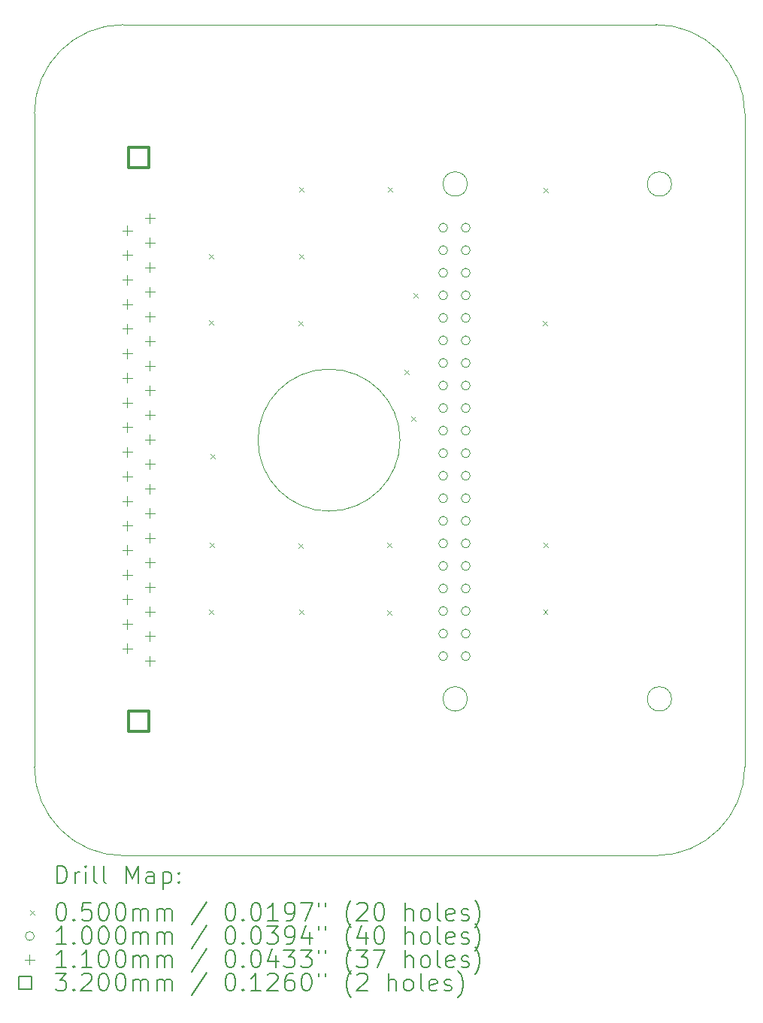
<source format=gbr>
%FSLAX45Y45*%
G04 Gerber Fmt 4.5, Leading zero omitted, Abs format (unit mm)*
G04 Created by KiCad (PCBNEW (6.0.1)) date 2022-04-29 11:25:00*
%MOMM*%
%LPD*%
G01*
G04 APERTURE LIST*
%TA.AperFunction,Profile*%
%ADD10C,0.050000*%
%TD*%
%ADD11C,0.200000*%
%ADD12C,0.050000*%
%ADD13C,0.100000*%
%ADD14C,0.110000*%
%ADD15C,0.320000*%
G04 APERTURE END LIST*
D10*
X14999991Y-14359991D02*
X8999991Y-14359991D01*
X7999991Y-13359991D02*
X7999991Y-5999991D01*
X8999991Y-4999991D02*
G75*
G03*
X7999991Y-5999991I0J-1000000D01*
G01*
X7999991Y-13359991D02*
G75*
G03*
X8999991Y-14359991I1000000J0D01*
G01*
X12875780Y-6794947D02*
G75*
G03*
X12875780Y-6794947I-137033J0D01*
G01*
X15999991Y-5999991D02*
X15999991Y-13359991D01*
X15999991Y-5999991D02*
G75*
G03*
X14999991Y-4999991I-1000000J0D01*
G01*
X12875780Y-12594947D02*
G75*
G03*
X12875780Y-12594947I-137033J0D01*
G01*
X8999991Y-4999991D02*
X14999991Y-4999991D01*
X14999991Y-14359991D02*
G75*
G03*
X15999991Y-13359991I0J1000000D01*
G01*
X15175780Y-12594947D02*
G75*
G03*
X15175780Y-12594947I-137033J0D01*
G01*
X12117991Y-9679991D02*
G75*
G03*
X12117991Y-9679991I-800000J0D01*
G01*
X15175780Y-6794947D02*
G75*
G03*
X15175780Y-6794947I-137033J0D01*
G01*
D11*
D12*
X9965000Y-7587500D02*
X10015000Y-7637500D01*
X10015000Y-7587500D02*
X9965000Y-7637500D01*
X9970000Y-8332500D02*
X10020000Y-8382500D01*
X10020000Y-8332500D02*
X9970000Y-8382500D01*
X9970000Y-11592500D02*
X10020000Y-11642500D01*
X10020000Y-11592500D02*
X9970000Y-11642500D01*
X9972500Y-10837500D02*
X10022500Y-10887500D01*
X10022500Y-10837500D02*
X9972500Y-10887500D01*
X9985000Y-9835000D02*
X10035000Y-9885000D01*
X10035000Y-9835000D02*
X9985000Y-9885000D01*
X10972500Y-10842500D02*
X11022500Y-10892500D01*
X11022500Y-10842500D02*
X10972500Y-10892500D01*
X10975000Y-8335000D02*
X11025000Y-8385000D01*
X11025000Y-8335000D02*
X10975000Y-8385000D01*
X10980000Y-6832500D02*
X11030000Y-6882500D01*
X11030000Y-6832500D02*
X10980000Y-6882500D01*
X10982500Y-7582500D02*
X11032500Y-7632500D01*
X11032500Y-7582500D02*
X10982500Y-7632500D01*
X10982500Y-11587500D02*
X11032500Y-11637500D01*
X11032500Y-11587500D02*
X10982500Y-11637500D01*
X11975000Y-10835000D02*
X12025000Y-10885000D01*
X12025000Y-10835000D02*
X11975000Y-10885000D01*
X11975000Y-11597500D02*
X12025000Y-11647500D01*
X12025000Y-11597500D02*
X11975000Y-11647500D01*
X11980000Y-6827500D02*
X12030000Y-6877500D01*
X12030000Y-6827500D02*
X11980000Y-6877500D01*
X12165000Y-8885000D02*
X12215000Y-8935000D01*
X12215000Y-8885000D02*
X12165000Y-8935000D01*
X12245000Y-9415000D02*
X12295000Y-9465000D01*
X12295000Y-9415000D02*
X12245000Y-9465000D01*
X12270000Y-8022500D02*
X12320000Y-8072500D01*
X12320000Y-8022500D02*
X12270000Y-8072500D01*
X13727500Y-8340000D02*
X13777500Y-8390000D01*
X13777500Y-8340000D02*
X13727500Y-8390000D01*
X13730000Y-11592500D02*
X13780000Y-11642500D01*
X13780000Y-11592500D02*
X13730000Y-11642500D01*
X13732500Y-6837500D02*
X13782500Y-6887500D01*
X13782500Y-6837500D02*
X13732500Y-6887500D01*
X13732500Y-10837500D02*
X13782500Y-10887500D01*
X13782500Y-10837500D02*
X13732500Y-10887500D01*
D13*
X12653500Y-7286500D02*
G75*
G03*
X12653500Y-7286500I-50000J0D01*
G01*
X12653500Y-7540500D02*
G75*
G03*
X12653500Y-7540500I-50000J0D01*
G01*
X12653500Y-7794500D02*
G75*
G03*
X12653500Y-7794500I-50000J0D01*
G01*
X12653500Y-8048500D02*
G75*
G03*
X12653500Y-8048500I-50000J0D01*
G01*
X12653500Y-8302500D02*
G75*
G03*
X12653500Y-8302500I-50000J0D01*
G01*
X12653500Y-8556500D02*
G75*
G03*
X12653500Y-8556500I-50000J0D01*
G01*
X12653500Y-8810500D02*
G75*
G03*
X12653500Y-8810500I-50000J0D01*
G01*
X12653500Y-9064500D02*
G75*
G03*
X12653500Y-9064500I-50000J0D01*
G01*
X12653500Y-9318500D02*
G75*
G03*
X12653500Y-9318500I-50000J0D01*
G01*
X12653500Y-9572500D02*
G75*
G03*
X12653500Y-9572500I-50000J0D01*
G01*
X12653500Y-9826500D02*
G75*
G03*
X12653500Y-9826500I-50000J0D01*
G01*
X12653500Y-10080500D02*
G75*
G03*
X12653500Y-10080500I-50000J0D01*
G01*
X12653500Y-10334500D02*
G75*
G03*
X12653500Y-10334500I-50000J0D01*
G01*
X12653500Y-10588500D02*
G75*
G03*
X12653500Y-10588500I-50000J0D01*
G01*
X12653500Y-10842500D02*
G75*
G03*
X12653500Y-10842500I-50000J0D01*
G01*
X12653500Y-11096500D02*
G75*
G03*
X12653500Y-11096500I-50000J0D01*
G01*
X12653500Y-11350500D02*
G75*
G03*
X12653500Y-11350500I-50000J0D01*
G01*
X12653500Y-11604500D02*
G75*
G03*
X12653500Y-11604500I-50000J0D01*
G01*
X12653500Y-11858500D02*
G75*
G03*
X12653500Y-11858500I-50000J0D01*
G01*
X12653500Y-12112500D02*
G75*
G03*
X12653500Y-12112500I-50000J0D01*
G01*
X12907500Y-7286500D02*
G75*
G03*
X12907500Y-7286500I-50000J0D01*
G01*
X12907500Y-7540500D02*
G75*
G03*
X12907500Y-7540500I-50000J0D01*
G01*
X12907500Y-7794500D02*
G75*
G03*
X12907500Y-7794500I-50000J0D01*
G01*
X12907500Y-8048500D02*
G75*
G03*
X12907500Y-8048500I-50000J0D01*
G01*
X12907500Y-8302500D02*
G75*
G03*
X12907500Y-8302500I-50000J0D01*
G01*
X12907500Y-8556500D02*
G75*
G03*
X12907500Y-8556500I-50000J0D01*
G01*
X12907500Y-8810500D02*
G75*
G03*
X12907500Y-8810500I-50000J0D01*
G01*
X12907500Y-9064500D02*
G75*
G03*
X12907500Y-9064500I-50000J0D01*
G01*
X12907500Y-9318500D02*
G75*
G03*
X12907500Y-9318500I-50000J0D01*
G01*
X12907500Y-9572500D02*
G75*
G03*
X12907500Y-9572500I-50000J0D01*
G01*
X12907500Y-9826500D02*
G75*
G03*
X12907500Y-9826500I-50000J0D01*
G01*
X12907500Y-10080500D02*
G75*
G03*
X12907500Y-10080500I-50000J0D01*
G01*
X12907500Y-10334500D02*
G75*
G03*
X12907500Y-10334500I-50000J0D01*
G01*
X12907500Y-10588500D02*
G75*
G03*
X12907500Y-10588500I-50000J0D01*
G01*
X12907500Y-10842500D02*
G75*
G03*
X12907500Y-10842500I-50000J0D01*
G01*
X12907500Y-11096500D02*
G75*
G03*
X12907500Y-11096500I-50000J0D01*
G01*
X12907500Y-11350500D02*
G75*
G03*
X12907500Y-11350500I-50000J0D01*
G01*
X12907500Y-11604500D02*
G75*
G03*
X12907500Y-11604500I-50000J0D01*
G01*
X12907500Y-11858500D02*
G75*
G03*
X12907500Y-11858500I-50000J0D01*
G01*
X12907500Y-12112500D02*
G75*
G03*
X12907500Y-12112500I-50000J0D01*
G01*
D14*
X9046000Y-7263500D02*
X9046000Y-7373500D01*
X8991000Y-7318500D02*
X9101000Y-7318500D01*
X9046000Y-7540500D02*
X9046000Y-7650500D01*
X8991000Y-7595500D02*
X9101000Y-7595500D01*
X9046000Y-7817500D02*
X9046000Y-7927500D01*
X8991000Y-7872500D02*
X9101000Y-7872500D01*
X9046000Y-8094500D02*
X9046000Y-8204500D01*
X8991000Y-8149500D02*
X9101000Y-8149500D01*
X9046000Y-8371500D02*
X9046000Y-8481500D01*
X8991000Y-8426500D02*
X9101000Y-8426500D01*
X9046000Y-8648500D02*
X9046000Y-8758500D01*
X8991000Y-8703500D02*
X9101000Y-8703500D01*
X9046000Y-8925500D02*
X9046000Y-9035500D01*
X8991000Y-8980500D02*
X9101000Y-8980500D01*
X9046000Y-9202500D02*
X9046000Y-9312500D01*
X8991000Y-9257500D02*
X9101000Y-9257500D01*
X9046000Y-9479500D02*
X9046000Y-9589500D01*
X8991000Y-9534500D02*
X9101000Y-9534500D01*
X9046000Y-9756500D02*
X9046000Y-9866500D01*
X8991000Y-9811500D02*
X9101000Y-9811500D01*
X9046000Y-10033500D02*
X9046000Y-10143500D01*
X8991000Y-10088500D02*
X9101000Y-10088500D01*
X9046000Y-10310500D02*
X9046000Y-10420500D01*
X8991000Y-10365500D02*
X9101000Y-10365500D01*
X9046000Y-10587500D02*
X9046000Y-10697500D01*
X8991000Y-10642500D02*
X9101000Y-10642500D01*
X9046000Y-10864500D02*
X9046000Y-10974500D01*
X8991000Y-10919500D02*
X9101000Y-10919500D01*
X9046000Y-11141500D02*
X9046000Y-11251500D01*
X8991000Y-11196500D02*
X9101000Y-11196500D01*
X9046000Y-11418500D02*
X9046000Y-11528500D01*
X8991000Y-11473500D02*
X9101000Y-11473500D01*
X9046000Y-11695500D02*
X9046000Y-11805500D01*
X8991000Y-11750500D02*
X9101000Y-11750500D01*
X9046000Y-11972500D02*
X9046000Y-12082500D01*
X8991000Y-12027500D02*
X9101000Y-12027500D01*
X9300000Y-7125000D02*
X9300000Y-7235000D01*
X9245000Y-7180000D02*
X9355000Y-7180000D01*
X9300000Y-7402000D02*
X9300000Y-7512000D01*
X9245000Y-7457000D02*
X9355000Y-7457000D01*
X9300000Y-7679000D02*
X9300000Y-7789000D01*
X9245000Y-7734000D02*
X9355000Y-7734000D01*
X9300000Y-7956000D02*
X9300000Y-8066000D01*
X9245000Y-8011000D02*
X9355000Y-8011000D01*
X9300000Y-8233000D02*
X9300000Y-8343000D01*
X9245000Y-8288000D02*
X9355000Y-8288000D01*
X9300000Y-8510000D02*
X9300000Y-8620000D01*
X9245000Y-8565000D02*
X9355000Y-8565000D01*
X9300000Y-8787000D02*
X9300000Y-8897000D01*
X9245000Y-8842000D02*
X9355000Y-8842000D01*
X9300000Y-9064000D02*
X9300000Y-9174000D01*
X9245000Y-9119000D02*
X9355000Y-9119000D01*
X9300000Y-9341000D02*
X9300000Y-9451000D01*
X9245000Y-9396000D02*
X9355000Y-9396000D01*
X9300000Y-9618000D02*
X9300000Y-9728000D01*
X9245000Y-9673000D02*
X9355000Y-9673000D01*
X9300000Y-9895000D02*
X9300000Y-10005000D01*
X9245000Y-9950000D02*
X9355000Y-9950000D01*
X9300000Y-10172000D02*
X9300000Y-10282000D01*
X9245000Y-10227000D02*
X9355000Y-10227000D01*
X9300000Y-10449000D02*
X9300000Y-10559000D01*
X9245000Y-10504000D02*
X9355000Y-10504000D01*
X9300000Y-10726000D02*
X9300000Y-10836000D01*
X9245000Y-10781000D02*
X9355000Y-10781000D01*
X9300000Y-11003000D02*
X9300000Y-11113000D01*
X9245000Y-11058000D02*
X9355000Y-11058000D01*
X9300000Y-11280000D02*
X9300000Y-11390000D01*
X9245000Y-11335000D02*
X9355000Y-11335000D01*
X9300000Y-11557000D02*
X9300000Y-11667000D01*
X9245000Y-11612000D02*
X9355000Y-11612000D01*
X9300000Y-11834000D02*
X9300000Y-11944000D01*
X9245000Y-11889000D02*
X9355000Y-11889000D01*
X9300000Y-12111000D02*
X9300000Y-12221000D01*
X9245000Y-12166000D02*
X9355000Y-12166000D01*
D15*
X9286138Y-6611138D02*
X9286138Y-6384862D01*
X9059862Y-6384862D01*
X9059862Y-6611138D01*
X9286138Y-6611138D01*
X9286138Y-12961138D02*
X9286138Y-12734862D01*
X9059862Y-12734862D01*
X9059862Y-12961138D01*
X9286138Y-12961138D01*
D11*
X8255110Y-14672967D02*
X8255110Y-14472967D01*
X8302729Y-14472967D01*
X8331301Y-14482491D01*
X8350348Y-14501539D01*
X8359872Y-14520586D01*
X8369396Y-14558682D01*
X8369396Y-14587253D01*
X8359872Y-14625348D01*
X8350348Y-14644396D01*
X8331301Y-14663443D01*
X8302729Y-14672967D01*
X8255110Y-14672967D01*
X8455110Y-14672967D02*
X8455110Y-14539634D01*
X8455110Y-14577729D02*
X8464634Y-14558682D01*
X8474158Y-14549158D01*
X8493205Y-14539634D01*
X8512253Y-14539634D01*
X8578920Y-14672967D02*
X8578920Y-14539634D01*
X8578920Y-14472967D02*
X8569396Y-14482491D01*
X8578920Y-14492015D01*
X8588444Y-14482491D01*
X8578920Y-14472967D01*
X8578920Y-14492015D01*
X8702729Y-14672967D02*
X8683682Y-14663443D01*
X8674158Y-14644396D01*
X8674158Y-14472967D01*
X8807491Y-14672967D02*
X8788444Y-14663443D01*
X8778920Y-14644396D01*
X8778920Y-14472967D01*
X9036063Y-14672967D02*
X9036063Y-14472967D01*
X9102729Y-14615824D01*
X9169396Y-14472967D01*
X9169396Y-14672967D01*
X9350348Y-14672967D02*
X9350348Y-14568205D01*
X9340825Y-14549158D01*
X9321777Y-14539634D01*
X9283682Y-14539634D01*
X9264634Y-14549158D01*
X9350348Y-14663443D02*
X9331301Y-14672967D01*
X9283682Y-14672967D01*
X9264634Y-14663443D01*
X9255110Y-14644396D01*
X9255110Y-14625348D01*
X9264634Y-14606301D01*
X9283682Y-14596777D01*
X9331301Y-14596777D01*
X9350348Y-14587253D01*
X9445586Y-14539634D02*
X9445586Y-14739634D01*
X9445586Y-14549158D02*
X9464634Y-14539634D01*
X9502729Y-14539634D01*
X9521777Y-14549158D01*
X9531301Y-14558682D01*
X9540825Y-14577729D01*
X9540825Y-14634872D01*
X9531301Y-14653920D01*
X9521777Y-14663443D01*
X9502729Y-14672967D01*
X9464634Y-14672967D01*
X9445586Y-14663443D01*
X9626539Y-14653920D02*
X9636063Y-14663443D01*
X9626539Y-14672967D01*
X9617015Y-14663443D01*
X9626539Y-14653920D01*
X9626539Y-14672967D01*
X9626539Y-14549158D02*
X9636063Y-14558682D01*
X9626539Y-14568205D01*
X9617015Y-14558682D01*
X9626539Y-14549158D01*
X9626539Y-14568205D01*
D12*
X7947491Y-14977491D02*
X7997491Y-15027491D01*
X7997491Y-14977491D02*
X7947491Y-15027491D01*
D11*
X8293205Y-14892967D02*
X8312253Y-14892967D01*
X8331301Y-14902491D01*
X8340824Y-14912015D01*
X8350348Y-14931063D01*
X8359872Y-14969158D01*
X8359872Y-15016777D01*
X8350348Y-15054872D01*
X8340824Y-15073920D01*
X8331301Y-15083443D01*
X8312253Y-15092967D01*
X8293205Y-15092967D01*
X8274158Y-15083443D01*
X8264634Y-15073920D01*
X8255110Y-15054872D01*
X8245586Y-15016777D01*
X8245586Y-14969158D01*
X8255110Y-14931063D01*
X8264634Y-14912015D01*
X8274158Y-14902491D01*
X8293205Y-14892967D01*
X8445586Y-15073920D02*
X8455110Y-15083443D01*
X8445586Y-15092967D01*
X8436063Y-15083443D01*
X8445586Y-15073920D01*
X8445586Y-15092967D01*
X8636063Y-14892967D02*
X8540825Y-14892967D01*
X8531301Y-14988205D01*
X8540825Y-14978682D01*
X8559872Y-14969158D01*
X8607491Y-14969158D01*
X8626539Y-14978682D01*
X8636063Y-14988205D01*
X8645586Y-15007253D01*
X8645586Y-15054872D01*
X8636063Y-15073920D01*
X8626539Y-15083443D01*
X8607491Y-15092967D01*
X8559872Y-15092967D01*
X8540825Y-15083443D01*
X8531301Y-15073920D01*
X8769396Y-14892967D02*
X8788444Y-14892967D01*
X8807491Y-14902491D01*
X8817015Y-14912015D01*
X8826539Y-14931063D01*
X8836063Y-14969158D01*
X8836063Y-15016777D01*
X8826539Y-15054872D01*
X8817015Y-15073920D01*
X8807491Y-15083443D01*
X8788444Y-15092967D01*
X8769396Y-15092967D01*
X8750348Y-15083443D01*
X8740825Y-15073920D01*
X8731301Y-15054872D01*
X8721777Y-15016777D01*
X8721777Y-14969158D01*
X8731301Y-14931063D01*
X8740825Y-14912015D01*
X8750348Y-14902491D01*
X8769396Y-14892967D01*
X8959872Y-14892967D02*
X8978920Y-14892967D01*
X8997967Y-14902491D01*
X9007491Y-14912015D01*
X9017015Y-14931063D01*
X9026539Y-14969158D01*
X9026539Y-15016777D01*
X9017015Y-15054872D01*
X9007491Y-15073920D01*
X8997967Y-15083443D01*
X8978920Y-15092967D01*
X8959872Y-15092967D01*
X8940825Y-15083443D01*
X8931301Y-15073920D01*
X8921777Y-15054872D01*
X8912253Y-15016777D01*
X8912253Y-14969158D01*
X8921777Y-14931063D01*
X8931301Y-14912015D01*
X8940825Y-14902491D01*
X8959872Y-14892967D01*
X9112253Y-15092967D02*
X9112253Y-14959634D01*
X9112253Y-14978682D02*
X9121777Y-14969158D01*
X9140825Y-14959634D01*
X9169396Y-14959634D01*
X9188444Y-14969158D01*
X9197967Y-14988205D01*
X9197967Y-15092967D01*
X9197967Y-14988205D02*
X9207491Y-14969158D01*
X9226539Y-14959634D01*
X9255110Y-14959634D01*
X9274158Y-14969158D01*
X9283682Y-14988205D01*
X9283682Y-15092967D01*
X9378920Y-15092967D02*
X9378920Y-14959634D01*
X9378920Y-14978682D02*
X9388444Y-14969158D01*
X9407491Y-14959634D01*
X9436063Y-14959634D01*
X9455110Y-14969158D01*
X9464634Y-14988205D01*
X9464634Y-15092967D01*
X9464634Y-14988205D02*
X9474158Y-14969158D01*
X9493205Y-14959634D01*
X9521777Y-14959634D01*
X9540825Y-14969158D01*
X9550348Y-14988205D01*
X9550348Y-15092967D01*
X9940825Y-14883443D02*
X9769396Y-15140586D01*
X10197967Y-14892967D02*
X10217015Y-14892967D01*
X10236063Y-14902491D01*
X10245586Y-14912015D01*
X10255110Y-14931063D01*
X10264634Y-14969158D01*
X10264634Y-15016777D01*
X10255110Y-15054872D01*
X10245586Y-15073920D01*
X10236063Y-15083443D01*
X10217015Y-15092967D01*
X10197967Y-15092967D01*
X10178920Y-15083443D01*
X10169396Y-15073920D01*
X10159872Y-15054872D01*
X10150348Y-15016777D01*
X10150348Y-14969158D01*
X10159872Y-14931063D01*
X10169396Y-14912015D01*
X10178920Y-14902491D01*
X10197967Y-14892967D01*
X10350348Y-15073920D02*
X10359872Y-15083443D01*
X10350348Y-15092967D01*
X10340825Y-15083443D01*
X10350348Y-15073920D01*
X10350348Y-15092967D01*
X10483682Y-14892967D02*
X10502729Y-14892967D01*
X10521777Y-14902491D01*
X10531301Y-14912015D01*
X10540825Y-14931063D01*
X10550348Y-14969158D01*
X10550348Y-15016777D01*
X10540825Y-15054872D01*
X10531301Y-15073920D01*
X10521777Y-15083443D01*
X10502729Y-15092967D01*
X10483682Y-15092967D01*
X10464634Y-15083443D01*
X10455110Y-15073920D01*
X10445586Y-15054872D01*
X10436063Y-15016777D01*
X10436063Y-14969158D01*
X10445586Y-14931063D01*
X10455110Y-14912015D01*
X10464634Y-14902491D01*
X10483682Y-14892967D01*
X10740825Y-15092967D02*
X10626539Y-15092967D01*
X10683682Y-15092967D02*
X10683682Y-14892967D01*
X10664634Y-14921539D01*
X10645586Y-14940586D01*
X10626539Y-14950110D01*
X10836063Y-15092967D02*
X10874158Y-15092967D01*
X10893205Y-15083443D01*
X10902729Y-15073920D01*
X10921777Y-15045348D01*
X10931301Y-15007253D01*
X10931301Y-14931063D01*
X10921777Y-14912015D01*
X10912253Y-14902491D01*
X10893205Y-14892967D01*
X10855110Y-14892967D01*
X10836063Y-14902491D01*
X10826539Y-14912015D01*
X10817015Y-14931063D01*
X10817015Y-14978682D01*
X10826539Y-14997729D01*
X10836063Y-15007253D01*
X10855110Y-15016777D01*
X10893205Y-15016777D01*
X10912253Y-15007253D01*
X10921777Y-14997729D01*
X10931301Y-14978682D01*
X10997967Y-14892967D02*
X11131301Y-14892967D01*
X11045586Y-15092967D01*
X11197967Y-14892967D02*
X11197967Y-14931063D01*
X11274158Y-14892967D02*
X11274158Y-14931063D01*
X11569396Y-15169158D02*
X11559872Y-15159634D01*
X11540824Y-15131063D01*
X11531301Y-15112015D01*
X11521777Y-15083443D01*
X11512253Y-15035824D01*
X11512253Y-14997729D01*
X11521777Y-14950110D01*
X11531301Y-14921539D01*
X11540824Y-14902491D01*
X11559872Y-14873920D01*
X11569396Y-14864396D01*
X11636063Y-14912015D02*
X11645586Y-14902491D01*
X11664634Y-14892967D01*
X11712253Y-14892967D01*
X11731301Y-14902491D01*
X11740824Y-14912015D01*
X11750348Y-14931063D01*
X11750348Y-14950110D01*
X11740824Y-14978682D01*
X11626539Y-15092967D01*
X11750348Y-15092967D01*
X11874158Y-14892967D02*
X11893205Y-14892967D01*
X11912253Y-14902491D01*
X11921777Y-14912015D01*
X11931301Y-14931063D01*
X11940824Y-14969158D01*
X11940824Y-15016777D01*
X11931301Y-15054872D01*
X11921777Y-15073920D01*
X11912253Y-15083443D01*
X11893205Y-15092967D01*
X11874158Y-15092967D01*
X11855110Y-15083443D01*
X11845586Y-15073920D01*
X11836063Y-15054872D01*
X11826539Y-15016777D01*
X11826539Y-14969158D01*
X11836063Y-14931063D01*
X11845586Y-14912015D01*
X11855110Y-14902491D01*
X11874158Y-14892967D01*
X12178920Y-15092967D02*
X12178920Y-14892967D01*
X12264634Y-15092967D02*
X12264634Y-14988205D01*
X12255110Y-14969158D01*
X12236063Y-14959634D01*
X12207491Y-14959634D01*
X12188443Y-14969158D01*
X12178920Y-14978682D01*
X12388443Y-15092967D02*
X12369396Y-15083443D01*
X12359872Y-15073920D01*
X12350348Y-15054872D01*
X12350348Y-14997729D01*
X12359872Y-14978682D01*
X12369396Y-14969158D01*
X12388443Y-14959634D01*
X12417015Y-14959634D01*
X12436063Y-14969158D01*
X12445586Y-14978682D01*
X12455110Y-14997729D01*
X12455110Y-15054872D01*
X12445586Y-15073920D01*
X12436063Y-15083443D01*
X12417015Y-15092967D01*
X12388443Y-15092967D01*
X12569396Y-15092967D02*
X12550348Y-15083443D01*
X12540824Y-15064396D01*
X12540824Y-14892967D01*
X12721777Y-15083443D02*
X12702729Y-15092967D01*
X12664634Y-15092967D01*
X12645586Y-15083443D01*
X12636063Y-15064396D01*
X12636063Y-14988205D01*
X12645586Y-14969158D01*
X12664634Y-14959634D01*
X12702729Y-14959634D01*
X12721777Y-14969158D01*
X12731301Y-14988205D01*
X12731301Y-15007253D01*
X12636063Y-15026301D01*
X12807491Y-15083443D02*
X12826539Y-15092967D01*
X12864634Y-15092967D01*
X12883682Y-15083443D01*
X12893205Y-15064396D01*
X12893205Y-15054872D01*
X12883682Y-15035824D01*
X12864634Y-15026301D01*
X12836063Y-15026301D01*
X12817015Y-15016777D01*
X12807491Y-14997729D01*
X12807491Y-14988205D01*
X12817015Y-14969158D01*
X12836063Y-14959634D01*
X12864634Y-14959634D01*
X12883682Y-14969158D01*
X12959872Y-15169158D02*
X12969396Y-15159634D01*
X12988443Y-15131063D01*
X12997967Y-15112015D01*
X13007491Y-15083443D01*
X13017015Y-15035824D01*
X13017015Y-14997729D01*
X13007491Y-14950110D01*
X12997967Y-14921539D01*
X12988443Y-14902491D01*
X12969396Y-14873920D01*
X12959872Y-14864396D01*
D13*
X7997491Y-15266491D02*
G75*
G03*
X7997491Y-15266491I-50000J0D01*
G01*
D11*
X8359872Y-15356967D02*
X8245586Y-15356967D01*
X8302729Y-15356967D02*
X8302729Y-15156967D01*
X8283682Y-15185539D01*
X8264634Y-15204586D01*
X8245586Y-15214110D01*
X8445586Y-15337920D02*
X8455110Y-15347443D01*
X8445586Y-15356967D01*
X8436063Y-15347443D01*
X8445586Y-15337920D01*
X8445586Y-15356967D01*
X8578920Y-15156967D02*
X8597967Y-15156967D01*
X8617015Y-15166491D01*
X8626539Y-15176015D01*
X8636063Y-15195063D01*
X8645586Y-15233158D01*
X8645586Y-15280777D01*
X8636063Y-15318872D01*
X8626539Y-15337920D01*
X8617015Y-15347443D01*
X8597967Y-15356967D01*
X8578920Y-15356967D01*
X8559872Y-15347443D01*
X8550348Y-15337920D01*
X8540825Y-15318872D01*
X8531301Y-15280777D01*
X8531301Y-15233158D01*
X8540825Y-15195063D01*
X8550348Y-15176015D01*
X8559872Y-15166491D01*
X8578920Y-15156967D01*
X8769396Y-15156967D02*
X8788444Y-15156967D01*
X8807491Y-15166491D01*
X8817015Y-15176015D01*
X8826539Y-15195063D01*
X8836063Y-15233158D01*
X8836063Y-15280777D01*
X8826539Y-15318872D01*
X8817015Y-15337920D01*
X8807491Y-15347443D01*
X8788444Y-15356967D01*
X8769396Y-15356967D01*
X8750348Y-15347443D01*
X8740825Y-15337920D01*
X8731301Y-15318872D01*
X8721777Y-15280777D01*
X8721777Y-15233158D01*
X8731301Y-15195063D01*
X8740825Y-15176015D01*
X8750348Y-15166491D01*
X8769396Y-15156967D01*
X8959872Y-15156967D02*
X8978920Y-15156967D01*
X8997967Y-15166491D01*
X9007491Y-15176015D01*
X9017015Y-15195063D01*
X9026539Y-15233158D01*
X9026539Y-15280777D01*
X9017015Y-15318872D01*
X9007491Y-15337920D01*
X8997967Y-15347443D01*
X8978920Y-15356967D01*
X8959872Y-15356967D01*
X8940825Y-15347443D01*
X8931301Y-15337920D01*
X8921777Y-15318872D01*
X8912253Y-15280777D01*
X8912253Y-15233158D01*
X8921777Y-15195063D01*
X8931301Y-15176015D01*
X8940825Y-15166491D01*
X8959872Y-15156967D01*
X9112253Y-15356967D02*
X9112253Y-15223634D01*
X9112253Y-15242682D02*
X9121777Y-15233158D01*
X9140825Y-15223634D01*
X9169396Y-15223634D01*
X9188444Y-15233158D01*
X9197967Y-15252205D01*
X9197967Y-15356967D01*
X9197967Y-15252205D02*
X9207491Y-15233158D01*
X9226539Y-15223634D01*
X9255110Y-15223634D01*
X9274158Y-15233158D01*
X9283682Y-15252205D01*
X9283682Y-15356967D01*
X9378920Y-15356967D02*
X9378920Y-15223634D01*
X9378920Y-15242682D02*
X9388444Y-15233158D01*
X9407491Y-15223634D01*
X9436063Y-15223634D01*
X9455110Y-15233158D01*
X9464634Y-15252205D01*
X9464634Y-15356967D01*
X9464634Y-15252205D02*
X9474158Y-15233158D01*
X9493205Y-15223634D01*
X9521777Y-15223634D01*
X9540825Y-15233158D01*
X9550348Y-15252205D01*
X9550348Y-15356967D01*
X9940825Y-15147443D02*
X9769396Y-15404586D01*
X10197967Y-15156967D02*
X10217015Y-15156967D01*
X10236063Y-15166491D01*
X10245586Y-15176015D01*
X10255110Y-15195063D01*
X10264634Y-15233158D01*
X10264634Y-15280777D01*
X10255110Y-15318872D01*
X10245586Y-15337920D01*
X10236063Y-15347443D01*
X10217015Y-15356967D01*
X10197967Y-15356967D01*
X10178920Y-15347443D01*
X10169396Y-15337920D01*
X10159872Y-15318872D01*
X10150348Y-15280777D01*
X10150348Y-15233158D01*
X10159872Y-15195063D01*
X10169396Y-15176015D01*
X10178920Y-15166491D01*
X10197967Y-15156967D01*
X10350348Y-15337920D02*
X10359872Y-15347443D01*
X10350348Y-15356967D01*
X10340825Y-15347443D01*
X10350348Y-15337920D01*
X10350348Y-15356967D01*
X10483682Y-15156967D02*
X10502729Y-15156967D01*
X10521777Y-15166491D01*
X10531301Y-15176015D01*
X10540825Y-15195063D01*
X10550348Y-15233158D01*
X10550348Y-15280777D01*
X10540825Y-15318872D01*
X10531301Y-15337920D01*
X10521777Y-15347443D01*
X10502729Y-15356967D01*
X10483682Y-15356967D01*
X10464634Y-15347443D01*
X10455110Y-15337920D01*
X10445586Y-15318872D01*
X10436063Y-15280777D01*
X10436063Y-15233158D01*
X10445586Y-15195063D01*
X10455110Y-15176015D01*
X10464634Y-15166491D01*
X10483682Y-15156967D01*
X10617015Y-15156967D02*
X10740825Y-15156967D01*
X10674158Y-15233158D01*
X10702729Y-15233158D01*
X10721777Y-15242682D01*
X10731301Y-15252205D01*
X10740825Y-15271253D01*
X10740825Y-15318872D01*
X10731301Y-15337920D01*
X10721777Y-15347443D01*
X10702729Y-15356967D01*
X10645586Y-15356967D01*
X10626539Y-15347443D01*
X10617015Y-15337920D01*
X10836063Y-15356967D02*
X10874158Y-15356967D01*
X10893205Y-15347443D01*
X10902729Y-15337920D01*
X10921777Y-15309348D01*
X10931301Y-15271253D01*
X10931301Y-15195063D01*
X10921777Y-15176015D01*
X10912253Y-15166491D01*
X10893205Y-15156967D01*
X10855110Y-15156967D01*
X10836063Y-15166491D01*
X10826539Y-15176015D01*
X10817015Y-15195063D01*
X10817015Y-15242682D01*
X10826539Y-15261729D01*
X10836063Y-15271253D01*
X10855110Y-15280777D01*
X10893205Y-15280777D01*
X10912253Y-15271253D01*
X10921777Y-15261729D01*
X10931301Y-15242682D01*
X11102729Y-15223634D02*
X11102729Y-15356967D01*
X11055110Y-15147443D02*
X11007491Y-15290301D01*
X11131301Y-15290301D01*
X11197967Y-15156967D02*
X11197967Y-15195063D01*
X11274158Y-15156967D02*
X11274158Y-15195063D01*
X11569396Y-15433158D02*
X11559872Y-15423634D01*
X11540824Y-15395063D01*
X11531301Y-15376015D01*
X11521777Y-15347443D01*
X11512253Y-15299824D01*
X11512253Y-15261729D01*
X11521777Y-15214110D01*
X11531301Y-15185539D01*
X11540824Y-15166491D01*
X11559872Y-15137920D01*
X11569396Y-15128396D01*
X11731301Y-15223634D02*
X11731301Y-15356967D01*
X11683682Y-15147443D02*
X11636063Y-15290301D01*
X11759872Y-15290301D01*
X11874158Y-15156967D02*
X11893205Y-15156967D01*
X11912253Y-15166491D01*
X11921777Y-15176015D01*
X11931301Y-15195063D01*
X11940824Y-15233158D01*
X11940824Y-15280777D01*
X11931301Y-15318872D01*
X11921777Y-15337920D01*
X11912253Y-15347443D01*
X11893205Y-15356967D01*
X11874158Y-15356967D01*
X11855110Y-15347443D01*
X11845586Y-15337920D01*
X11836063Y-15318872D01*
X11826539Y-15280777D01*
X11826539Y-15233158D01*
X11836063Y-15195063D01*
X11845586Y-15176015D01*
X11855110Y-15166491D01*
X11874158Y-15156967D01*
X12178920Y-15356967D02*
X12178920Y-15156967D01*
X12264634Y-15356967D02*
X12264634Y-15252205D01*
X12255110Y-15233158D01*
X12236063Y-15223634D01*
X12207491Y-15223634D01*
X12188443Y-15233158D01*
X12178920Y-15242682D01*
X12388443Y-15356967D02*
X12369396Y-15347443D01*
X12359872Y-15337920D01*
X12350348Y-15318872D01*
X12350348Y-15261729D01*
X12359872Y-15242682D01*
X12369396Y-15233158D01*
X12388443Y-15223634D01*
X12417015Y-15223634D01*
X12436063Y-15233158D01*
X12445586Y-15242682D01*
X12455110Y-15261729D01*
X12455110Y-15318872D01*
X12445586Y-15337920D01*
X12436063Y-15347443D01*
X12417015Y-15356967D01*
X12388443Y-15356967D01*
X12569396Y-15356967D02*
X12550348Y-15347443D01*
X12540824Y-15328396D01*
X12540824Y-15156967D01*
X12721777Y-15347443D02*
X12702729Y-15356967D01*
X12664634Y-15356967D01*
X12645586Y-15347443D01*
X12636063Y-15328396D01*
X12636063Y-15252205D01*
X12645586Y-15233158D01*
X12664634Y-15223634D01*
X12702729Y-15223634D01*
X12721777Y-15233158D01*
X12731301Y-15252205D01*
X12731301Y-15271253D01*
X12636063Y-15290301D01*
X12807491Y-15347443D02*
X12826539Y-15356967D01*
X12864634Y-15356967D01*
X12883682Y-15347443D01*
X12893205Y-15328396D01*
X12893205Y-15318872D01*
X12883682Y-15299824D01*
X12864634Y-15290301D01*
X12836063Y-15290301D01*
X12817015Y-15280777D01*
X12807491Y-15261729D01*
X12807491Y-15252205D01*
X12817015Y-15233158D01*
X12836063Y-15223634D01*
X12864634Y-15223634D01*
X12883682Y-15233158D01*
X12959872Y-15433158D02*
X12969396Y-15423634D01*
X12988443Y-15395063D01*
X12997967Y-15376015D01*
X13007491Y-15347443D01*
X13017015Y-15299824D01*
X13017015Y-15261729D01*
X13007491Y-15214110D01*
X12997967Y-15185539D01*
X12988443Y-15166491D01*
X12969396Y-15137920D01*
X12959872Y-15128396D01*
D14*
X7942491Y-15475491D02*
X7942491Y-15585491D01*
X7887491Y-15530491D02*
X7997491Y-15530491D01*
D11*
X8359872Y-15620967D02*
X8245586Y-15620967D01*
X8302729Y-15620967D02*
X8302729Y-15420967D01*
X8283682Y-15449539D01*
X8264634Y-15468586D01*
X8245586Y-15478110D01*
X8445586Y-15601920D02*
X8455110Y-15611443D01*
X8445586Y-15620967D01*
X8436063Y-15611443D01*
X8445586Y-15601920D01*
X8445586Y-15620967D01*
X8645586Y-15620967D02*
X8531301Y-15620967D01*
X8588444Y-15620967D02*
X8588444Y-15420967D01*
X8569396Y-15449539D01*
X8550348Y-15468586D01*
X8531301Y-15478110D01*
X8769396Y-15420967D02*
X8788444Y-15420967D01*
X8807491Y-15430491D01*
X8817015Y-15440015D01*
X8826539Y-15459063D01*
X8836063Y-15497158D01*
X8836063Y-15544777D01*
X8826539Y-15582872D01*
X8817015Y-15601920D01*
X8807491Y-15611443D01*
X8788444Y-15620967D01*
X8769396Y-15620967D01*
X8750348Y-15611443D01*
X8740825Y-15601920D01*
X8731301Y-15582872D01*
X8721777Y-15544777D01*
X8721777Y-15497158D01*
X8731301Y-15459063D01*
X8740825Y-15440015D01*
X8750348Y-15430491D01*
X8769396Y-15420967D01*
X8959872Y-15420967D02*
X8978920Y-15420967D01*
X8997967Y-15430491D01*
X9007491Y-15440015D01*
X9017015Y-15459063D01*
X9026539Y-15497158D01*
X9026539Y-15544777D01*
X9017015Y-15582872D01*
X9007491Y-15601920D01*
X8997967Y-15611443D01*
X8978920Y-15620967D01*
X8959872Y-15620967D01*
X8940825Y-15611443D01*
X8931301Y-15601920D01*
X8921777Y-15582872D01*
X8912253Y-15544777D01*
X8912253Y-15497158D01*
X8921777Y-15459063D01*
X8931301Y-15440015D01*
X8940825Y-15430491D01*
X8959872Y-15420967D01*
X9112253Y-15620967D02*
X9112253Y-15487634D01*
X9112253Y-15506682D02*
X9121777Y-15497158D01*
X9140825Y-15487634D01*
X9169396Y-15487634D01*
X9188444Y-15497158D01*
X9197967Y-15516205D01*
X9197967Y-15620967D01*
X9197967Y-15516205D02*
X9207491Y-15497158D01*
X9226539Y-15487634D01*
X9255110Y-15487634D01*
X9274158Y-15497158D01*
X9283682Y-15516205D01*
X9283682Y-15620967D01*
X9378920Y-15620967D02*
X9378920Y-15487634D01*
X9378920Y-15506682D02*
X9388444Y-15497158D01*
X9407491Y-15487634D01*
X9436063Y-15487634D01*
X9455110Y-15497158D01*
X9464634Y-15516205D01*
X9464634Y-15620967D01*
X9464634Y-15516205D02*
X9474158Y-15497158D01*
X9493205Y-15487634D01*
X9521777Y-15487634D01*
X9540825Y-15497158D01*
X9550348Y-15516205D01*
X9550348Y-15620967D01*
X9940825Y-15411443D02*
X9769396Y-15668586D01*
X10197967Y-15420967D02*
X10217015Y-15420967D01*
X10236063Y-15430491D01*
X10245586Y-15440015D01*
X10255110Y-15459063D01*
X10264634Y-15497158D01*
X10264634Y-15544777D01*
X10255110Y-15582872D01*
X10245586Y-15601920D01*
X10236063Y-15611443D01*
X10217015Y-15620967D01*
X10197967Y-15620967D01*
X10178920Y-15611443D01*
X10169396Y-15601920D01*
X10159872Y-15582872D01*
X10150348Y-15544777D01*
X10150348Y-15497158D01*
X10159872Y-15459063D01*
X10169396Y-15440015D01*
X10178920Y-15430491D01*
X10197967Y-15420967D01*
X10350348Y-15601920D02*
X10359872Y-15611443D01*
X10350348Y-15620967D01*
X10340825Y-15611443D01*
X10350348Y-15601920D01*
X10350348Y-15620967D01*
X10483682Y-15420967D02*
X10502729Y-15420967D01*
X10521777Y-15430491D01*
X10531301Y-15440015D01*
X10540825Y-15459063D01*
X10550348Y-15497158D01*
X10550348Y-15544777D01*
X10540825Y-15582872D01*
X10531301Y-15601920D01*
X10521777Y-15611443D01*
X10502729Y-15620967D01*
X10483682Y-15620967D01*
X10464634Y-15611443D01*
X10455110Y-15601920D01*
X10445586Y-15582872D01*
X10436063Y-15544777D01*
X10436063Y-15497158D01*
X10445586Y-15459063D01*
X10455110Y-15440015D01*
X10464634Y-15430491D01*
X10483682Y-15420967D01*
X10721777Y-15487634D02*
X10721777Y-15620967D01*
X10674158Y-15411443D02*
X10626539Y-15554301D01*
X10750348Y-15554301D01*
X10807491Y-15420967D02*
X10931301Y-15420967D01*
X10864634Y-15497158D01*
X10893205Y-15497158D01*
X10912253Y-15506682D01*
X10921777Y-15516205D01*
X10931301Y-15535253D01*
X10931301Y-15582872D01*
X10921777Y-15601920D01*
X10912253Y-15611443D01*
X10893205Y-15620967D01*
X10836063Y-15620967D01*
X10817015Y-15611443D01*
X10807491Y-15601920D01*
X10997967Y-15420967D02*
X11121777Y-15420967D01*
X11055110Y-15497158D01*
X11083682Y-15497158D01*
X11102729Y-15506682D01*
X11112253Y-15516205D01*
X11121777Y-15535253D01*
X11121777Y-15582872D01*
X11112253Y-15601920D01*
X11102729Y-15611443D01*
X11083682Y-15620967D01*
X11026539Y-15620967D01*
X11007491Y-15611443D01*
X10997967Y-15601920D01*
X11197967Y-15420967D02*
X11197967Y-15459063D01*
X11274158Y-15420967D02*
X11274158Y-15459063D01*
X11569396Y-15697158D02*
X11559872Y-15687634D01*
X11540824Y-15659063D01*
X11531301Y-15640015D01*
X11521777Y-15611443D01*
X11512253Y-15563824D01*
X11512253Y-15525729D01*
X11521777Y-15478110D01*
X11531301Y-15449539D01*
X11540824Y-15430491D01*
X11559872Y-15401920D01*
X11569396Y-15392396D01*
X11626539Y-15420967D02*
X11750348Y-15420967D01*
X11683682Y-15497158D01*
X11712253Y-15497158D01*
X11731301Y-15506682D01*
X11740824Y-15516205D01*
X11750348Y-15535253D01*
X11750348Y-15582872D01*
X11740824Y-15601920D01*
X11731301Y-15611443D01*
X11712253Y-15620967D01*
X11655110Y-15620967D01*
X11636063Y-15611443D01*
X11626539Y-15601920D01*
X11817015Y-15420967D02*
X11950348Y-15420967D01*
X11864634Y-15620967D01*
X12178920Y-15620967D02*
X12178920Y-15420967D01*
X12264634Y-15620967D02*
X12264634Y-15516205D01*
X12255110Y-15497158D01*
X12236063Y-15487634D01*
X12207491Y-15487634D01*
X12188443Y-15497158D01*
X12178920Y-15506682D01*
X12388443Y-15620967D02*
X12369396Y-15611443D01*
X12359872Y-15601920D01*
X12350348Y-15582872D01*
X12350348Y-15525729D01*
X12359872Y-15506682D01*
X12369396Y-15497158D01*
X12388443Y-15487634D01*
X12417015Y-15487634D01*
X12436063Y-15497158D01*
X12445586Y-15506682D01*
X12455110Y-15525729D01*
X12455110Y-15582872D01*
X12445586Y-15601920D01*
X12436063Y-15611443D01*
X12417015Y-15620967D01*
X12388443Y-15620967D01*
X12569396Y-15620967D02*
X12550348Y-15611443D01*
X12540824Y-15592396D01*
X12540824Y-15420967D01*
X12721777Y-15611443D02*
X12702729Y-15620967D01*
X12664634Y-15620967D01*
X12645586Y-15611443D01*
X12636063Y-15592396D01*
X12636063Y-15516205D01*
X12645586Y-15497158D01*
X12664634Y-15487634D01*
X12702729Y-15487634D01*
X12721777Y-15497158D01*
X12731301Y-15516205D01*
X12731301Y-15535253D01*
X12636063Y-15554301D01*
X12807491Y-15611443D02*
X12826539Y-15620967D01*
X12864634Y-15620967D01*
X12883682Y-15611443D01*
X12893205Y-15592396D01*
X12893205Y-15582872D01*
X12883682Y-15563824D01*
X12864634Y-15554301D01*
X12836063Y-15554301D01*
X12817015Y-15544777D01*
X12807491Y-15525729D01*
X12807491Y-15516205D01*
X12817015Y-15497158D01*
X12836063Y-15487634D01*
X12864634Y-15487634D01*
X12883682Y-15497158D01*
X12959872Y-15697158D02*
X12969396Y-15687634D01*
X12988443Y-15659063D01*
X12997967Y-15640015D01*
X13007491Y-15611443D01*
X13017015Y-15563824D01*
X13017015Y-15525729D01*
X13007491Y-15478110D01*
X12997967Y-15449539D01*
X12988443Y-15430491D01*
X12969396Y-15401920D01*
X12959872Y-15392396D01*
X7968203Y-15865203D02*
X7968203Y-15723780D01*
X7826780Y-15723780D01*
X7826780Y-15865203D01*
X7968203Y-15865203D01*
X8236063Y-15684967D02*
X8359872Y-15684967D01*
X8293205Y-15761158D01*
X8321777Y-15761158D01*
X8340824Y-15770682D01*
X8350348Y-15780205D01*
X8359872Y-15799253D01*
X8359872Y-15846872D01*
X8350348Y-15865920D01*
X8340824Y-15875443D01*
X8321777Y-15884967D01*
X8264634Y-15884967D01*
X8245586Y-15875443D01*
X8236063Y-15865920D01*
X8445586Y-15865920D02*
X8455110Y-15875443D01*
X8445586Y-15884967D01*
X8436063Y-15875443D01*
X8445586Y-15865920D01*
X8445586Y-15884967D01*
X8531301Y-15704015D02*
X8540825Y-15694491D01*
X8559872Y-15684967D01*
X8607491Y-15684967D01*
X8626539Y-15694491D01*
X8636063Y-15704015D01*
X8645586Y-15723063D01*
X8645586Y-15742110D01*
X8636063Y-15770682D01*
X8521777Y-15884967D01*
X8645586Y-15884967D01*
X8769396Y-15684967D02*
X8788444Y-15684967D01*
X8807491Y-15694491D01*
X8817015Y-15704015D01*
X8826539Y-15723063D01*
X8836063Y-15761158D01*
X8836063Y-15808777D01*
X8826539Y-15846872D01*
X8817015Y-15865920D01*
X8807491Y-15875443D01*
X8788444Y-15884967D01*
X8769396Y-15884967D01*
X8750348Y-15875443D01*
X8740825Y-15865920D01*
X8731301Y-15846872D01*
X8721777Y-15808777D01*
X8721777Y-15761158D01*
X8731301Y-15723063D01*
X8740825Y-15704015D01*
X8750348Y-15694491D01*
X8769396Y-15684967D01*
X8959872Y-15684967D02*
X8978920Y-15684967D01*
X8997967Y-15694491D01*
X9007491Y-15704015D01*
X9017015Y-15723063D01*
X9026539Y-15761158D01*
X9026539Y-15808777D01*
X9017015Y-15846872D01*
X9007491Y-15865920D01*
X8997967Y-15875443D01*
X8978920Y-15884967D01*
X8959872Y-15884967D01*
X8940825Y-15875443D01*
X8931301Y-15865920D01*
X8921777Y-15846872D01*
X8912253Y-15808777D01*
X8912253Y-15761158D01*
X8921777Y-15723063D01*
X8931301Y-15704015D01*
X8940825Y-15694491D01*
X8959872Y-15684967D01*
X9112253Y-15884967D02*
X9112253Y-15751634D01*
X9112253Y-15770682D02*
X9121777Y-15761158D01*
X9140825Y-15751634D01*
X9169396Y-15751634D01*
X9188444Y-15761158D01*
X9197967Y-15780205D01*
X9197967Y-15884967D01*
X9197967Y-15780205D02*
X9207491Y-15761158D01*
X9226539Y-15751634D01*
X9255110Y-15751634D01*
X9274158Y-15761158D01*
X9283682Y-15780205D01*
X9283682Y-15884967D01*
X9378920Y-15884967D02*
X9378920Y-15751634D01*
X9378920Y-15770682D02*
X9388444Y-15761158D01*
X9407491Y-15751634D01*
X9436063Y-15751634D01*
X9455110Y-15761158D01*
X9464634Y-15780205D01*
X9464634Y-15884967D01*
X9464634Y-15780205D02*
X9474158Y-15761158D01*
X9493205Y-15751634D01*
X9521777Y-15751634D01*
X9540825Y-15761158D01*
X9550348Y-15780205D01*
X9550348Y-15884967D01*
X9940825Y-15675443D02*
X9769396Y-15932586D01*
X10197967Y-15684967D02*
X10217015Y-15684967D01*
X10236063Y-15694491D01*
X10245586Y-15704015D01*
X10255110Y-15723063D01*
X10264634Y-15761158D01*
X10264634Y-15808777D01*
X10255110Y-15846872D01*
X10245586Y-15865920D01*
X10236063Y-15875443D01*
X10217015Y-15884967D01*
X10197967Y-15884967D01*
X10178920Y-15875443D01*
X10169396Y-15865920D01*
X10159872Y-15846872D01*
X10150348Y-15808777D01*
X10150348Y-15761158D01*
X10159872Y-15723063D01*
X10169396Y-15704015D01*
X10178920Y-15694491D01*
X10197967Y-15684967D01*
X10350348Y-15865920D02*
X10359872Y-15875443D01*
X10350348Y-15884967D01*
X10340825Y-15875443D01*
X10350348Y-15865920D01*
X10350348Y-15884967D01*
X10550348Y-15884967D02*
X10436063Y-15884967D01*
X10493205Y-15884967D02*
X10493205Y-15684967D01*
X10474158Y-15713539D01*
X10455110Y-15732586D01*
X10436063Y-15742110D01*
X10626539Y-15704015D02*
X10636063Y-15694491D01*
X10655110Y-15684967D01*
X10702729Y-15684967D01*
X10721777Y-15694491D01*
X10731301Y-15704015D01*
X10740825Y-15723063D01*
X10740825Y-15742110D01*
X10731301Y-15770682D01*
X10617015Y-15884967D01*
X10740825Y-15884967D01*
X10912253Y-15684967D02*
X10874158Y-15684967D01*
X10855110Y-15694491D01*
X10845586Y-15704015D01*
X10826539Y-15732586D01*
X10817015Y-15770682D01*
X10817015Y-15846872D01*
X10826539Y-15865920D01*
X10836063Y-15875443D01*
X10855110Y-15884967D01*
X10893205Y-15884967D01*
X10912253Y-15875443D01*
X10921777Y-15865920D01*
X10931301Y-15846872D01*
X10931301Y-15799253D01*
X10921777Y-15780205D01*
X10912253Y-15770682D01*
X10893205Y-15761158D01*
X10855110Y-15761158D01*
X10836063Y-15770682D01*
X10826539Y-15780205D01*
X10817015Y-15799253D01*
X11055110Y-15684967D02*
X11074158Y-15684967D01*
X11093205Y-15694491D01*
X11102729Y-15704015D01*
X11112253Y-15723063D01*
X11121777Y-15761158D01*
X11121777Y-15808777D01*
X11112253Y-15846872D01*
X11102729Y-15865920D01*
X11093205Y-15875443D01*
X11074158Y-15884967D01*
X11055110Y-15884967D01*
X11036063Y-15875443D01*
X11026539Y-15865920D01*
X11017015Y-15846872D01*
X11007491Y-15808777D01*
X11007491Y-15761158D01*
X11017015Y-15723063D01*
X11026539Y-15704015D01*
X11036063Y-15694491D01*
X11055110Y-15684967D01*
X11197967Y-15684967D02*
X11197967Y-15723063D01*
X11274158Y-15684967D02*
X11274158Y-15723063D01*
X11569396Y-15961158D02*
X11559872Y-15951634D01*
X11540824Y-15923063D01*
X11531301Y-15904015D01*
X11521777Y-15875443D01*
X11512253Y-15827824D01*
X11512253Y-15789729D01*
X11521777Y-15742110D01*
X11531301Y-15713539D01*
X11540824Y-15694491D01*
X11559872Y-15665920D01*
X11569396Y-15656396D01*
X11636063Y-15704015D02*
X11645586Y-15694491D01*
X11664634Y-15684967D01*
X11712253Y-15684967D01*
X11731301Y-15694491D01*
X11740824Y-15704015D01*
X11750348Y-15723063D01*
X11750348Y-15742110D01*
X11740824Y-15770682D01*
X11626539Y-15884967D01*
X11750348Y-15884967D01*
X11988443Y-15884967D02*
X11988443Y-15684967D01*
X12074158Y-15884967D02*
X12074158Y-15780205D01*
X12064634Y-15761158D01*
X12045586Y-15751634D01*
X12017015Y-15751634D01*
X11997967Y-15761158D01*
X11988443Y-15770682D01*
X12197967Y-15884967D02*
X12178920Y-15875443D01*
X12169396Y-15865920D01*
X12159872Y-15846872D01*
X12159872Y-15789729D01*
X12169396Y-15770682D01*
X12178920Y-15761158D01*
X12197967Y-15751634D01*
X12226539Y-15751634D01*
X12245586Y-15761158D01*
X12255110Y-15770682D01*
X12264634Y-15789729D01*
X12264634Y-15846872D01*
X12255110Y-15865920D01*
X12245586Y-15875443D01*
X12226539Y-15884967D01*
X12197967Y-15884967D01*
X12378920Y-15884967D02*
X12359872Y-15875443D01*
X12350348Y-15856396D01*
X12350348Y-15684967D01*
X12531301Y-15875443D02*
X12512253Y-15884967D01*
X12474158Y-15884967D01*
X12455110Y-15875443D01*
X12445586Y-15856396D01*
X12445586Y-15780205D01*
X12455110Y-15761158D01*
X12474158Y-15751634D01*
X12512253Y-15751634D01*
X12531301Y-15761158D01*
X12540824Y-15780205D01*
X12540824Y-15799253D01*
X12445586Y-15818301D01*
X12617015Y-15875443D02*
X12636063Y-15884967D01*
X12674158Y-15884967D01*
X12693205Y-15875443D01*
X12702729Y-15856396D01*
X12702729Y-15846872D01*
X12693205Y-15827824D01*
X12674158Y-15818301D01*
X12645586Y-15818301D01*
X12626539Y-15808777D01*
X12617015Y-15789729D01*
X12617015Y-15780205D01*
X12626539Y-15761158D01*
X12645586Y-15751634D01*
X12674158Y-15751634D01*
X12693205Y-15761158D01*
X12769396Y-15961158D02*
X12778920Y-15951634D01*
X12797967Y-15923063D01*
X12807491Y-15904015D01*
X12817015Y-15875443D01*
X12826539Y-15827824D01*
X12826539Y-15789729D01*
X12817015Y-15742110D01*
X12807491Y-15713539D01*
X12797967Y-15694491D01*
X12778920Y-15665920D01*
X12769396Y-15656396D01*
M02*

</source>
